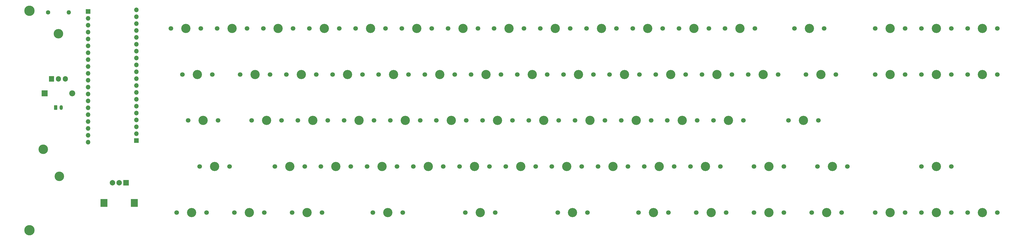
<source format=gbr>
%TF.GenerationSoftware,KiCad,Pcbnew,8.0.1*%
%TF.CreationDate,2024-07-20T19:57:27+09:00*%
%TF.ProjectId,lowd75,6c6f7764-3735-42e6-9b69-6361645f7063,rev?*%
%TF.SameCoordinates,Original*%
%TF.FileFunction,Soldermask,Top*%
%TF.FilePolarity,Negative*%
%FSLAX46Y46*%
G04 Gerber Fmt 4.6, Leading zero omitted, Abs format (unit mm)*
G04 Created by KiCad (PCBNEW 8.0.1) date 2024-07-20 19:57:27*
%MOMM*%
%LPD*%
G01*
G04 APERTURE LIST*
G04 Aperture macros list*
%AMRoundRect*
0 Rectangle with rounded corners*
0 $1 Rounding radius*
0 $2 $3 $4 $5 $6 $7 $8 $9 X,Y pos of 4 corners*
0 Add a 4 corners polygon primitive as box body*
4,1,4,$2,$3,$4,$5,$6,$7,$8,$9,$2,$3,0*
0 Add four circle primitives for the rounded corners*
1,1,$1+$1,$2,$3*
1,1,$1+$1,$4,$5*
1,1,$1+$1,$6,$7*
1,1,$1+$1,$8,$9*
0 Add four rect primitives between the rounded corners*
20,1,$1+$1,$2,$3,$4,$5,0*
20,1,$1+$1,$4,$5,$6,$7,0*
20,1,$1+$1,$6,$7,$8,$9,0*
20,1,$1+$1,$8,$9,$2,$3,0*%
G04 Aperture macros list end*
%ADD10C,1.700000*%
%ADD11C,3.400000*%
%ADD12R,2.000000X2.000000*%
%ADD13C,2.000000*%
%ADD14R,2.500000X3.000000*%
%ADD15C,1.600000*%
%ADD16O,1.600000X1.600000*%
%ADD17R,2.200000X2.200000*%
%ADD18O,2.200000X2.200000*%
%ADD19R,1.700000X1.700000*%
%ADD20O,1.700000X1.700000*%
%ADD21RoundRect,0.250000X-0.350000X-0.625000X0.350000X-0.625000X0.350000X0.625000X-0.350000X0.625000X0*%
%ADD22O,1.200000X1.750000*%
%ADD23C,3.800000*%
%ADD24C,3.500000*%
%ADD25O,3.500000X3.500000*%
%ADD26R,1.905000X2.000000*%
%ADD27O,1.905000X2.000000*%
G04 APERTURE END LIST*
D10*
%TO.C,SW42*%
X645775000Y-173525000D03*
D11*
X651275000Y-173525000D03*
D10*
X656775000Y-173525000D03*
%TD*%
%TO.C,SW44*%
X679775000Y-173525000D03*
D11*
X685275000Y-173525000D03*
D10*
X690775000Y-173525000D03*
%TD*%
%TO.C,SW16*%
X790275000Y-139525000D03*
D11*
X795775000Y-139525000D03*
D10*
X801275000Y-139525000D03*
%TD*%
D12*
%TO.C,encoder1*%
X497500000Y-196500000D03*
D13*
X492500000Y-196500000D03*
X495000000Y-196500000D03*
D14*
X500600000Y-204000000D03*
X489400000Y-204000000D03*
%TD*%
D10*
%TO.C,SW41*%
X628775000Y-173525000D03*
D11*
X634275000Y-173525000D03*
D10*
X639775000Y-173525000D03*
%TD*%
%TO.C,SW26*%
X658525000Y-156525000D03*
D11*
X664025000Y-156525000D03*
D10*
X669525000Y-156525000D03*
%TD*%
D15*
%TO.C,R1*%
X468830000Y-133615000D03*
D16*
X476450000Y-133615000D03*
%TD*%
D10*
%TO.C,SW39*%
X594775000Y-173525000D03*
D11*
X600275000Y-173525000D03*
D10*
X605775000Y-173525000D03*
%TD*%
%TO.C,SW24*%
X624525000Y-156525000D03*
D11*
X630025000Y-156525000D03*
D10*
X635525000Y-156525000D03*
%TD*%
%TO.C,SW45*%
X696775000Y-173525000D03*
D11*
X702275000Y-173525000D03*
D10*
X707775000Y-173525000D03*
%TD*%
%TO.C,SW66*%
X622400000Y-207525000D03*
D11*
X627900000Y-207525000D03*
D10*
X633400000Y-207525000D03*
%TD*%
%TO.C,SW12*%
X701025000Y-139525000D03*
D11*
X706525000Y-139525000D03*
D10*
X712025000Y-139525000D03*
%TD*%
%TO.C,SW20*%
X556525000Y-156525000D03*
D11*
X562025000Y-156525000D03*
D10*
X567525000Y-156525000D03*
%TD*%
%TO.C,SW54*%
X637275000Y-190525000D03*
D11*
X642775000Y-190525000D03*
D10*
X648275000Y-190525000D03*
%TD*%
%TO.C,SW1*%
X514025000Y-139525000D03*
D11*
X519525000Y-139525000D03*
D10*
X525025000Y-139525000D03*
%TD*%
%TO.C,SW40*%
X611775000Y-173525000D03*
D11*
X617275000Y-173525000D03*
D10*
X622775000Y-173525000D03*
%TD*%
%TO.C,SW23*%
X607525000Y-156525000D03*
D11*
X613025000Y-156525000D03*
D10*
X618525000Y-156525000D03*
%TD*%
%TO.C,SW35*%
X520400000Y-173525000D03*
D11*
X525900000Y-173525000D03*
D10*
X531400000Y-173525000D03*
%TD*%
D17*
%TO.C,D75*%
X467560000Y-163515000D03*
D18*
X477720000Y-163515000D03*
%TD*%
D10*
%TO.C,SW7*%
X616025000Y-139525000D03*
D11*
X621525000Y-139525000D03*
D10*
X627025000Y-139525000D03*
%TD*%
%TO.C,SW60*%
X752025000Y-190525000D03*
D11*
X757525000Y-190525000D03*
D10*
X763025000Y-190525000D03*
%TD*%
%TO.C,SW21*%
X573525000Y-156525000D03*
D11*
X579025000Y-156525000D03*
D10*
X584525000Y-156525000D03*
%TD*%
%TO.C,SW9*%
X650025000Y-139525000D03*
D11*
X655525000Y-139525000D03*
D10*
X661025000Y-139525000D03*
%TD*%
%TO.C,SW70*%
X728650000Y-207525000D03*
D11*
X734150000Y-207525000D03*
D10*
X739650000Y-207525000D03*
%TD*%
%TO.C,SW4*%
X565025000Y-139525000D03*
D11*
X570525000Y-139525000D03*
D10*
X576025000Y-139525000D03*
%TD*%
%TO.C,SW3*%
X548025000Y-139525000D03*
D11*
X553525000Y-139525000D03*
D10*
X559025000Y-139525000D03*
%TD*%
%TO.C,SW51*%
X586275000Y-190525000D03*
D11*
X591775000Y-190525000D03*
D10*
X597275000Y-190525000D03*
%TD*%
%TO.C,SW64*%
X558650000Y-207525000D03*
D11*
X564150000Y-207525000D03*
D10*
X569650000Y-207525000D03*
%TD*%
%TO.C,SW74*%
X807275000Y-207525000D03*
D11*
X812775000Y-207525000D03*
D10*
X818275000Y-207525000D03*
%TD*%
%TO.C,SW15*%
X773275000Y-139525000D03*
D11*
X778775000Y-139525000D03*
D10*
X784275000Y-139525000D03*
%TD*%
%TO.C,SW31*%
X747775000Y-156525000D03*
D11*
X753275000Y-156525000D03*
D10*
X758775000Y-156525000D03*
%TD*%
%TO.C,SW68*%
X686150000Y-207525000D03*
D11*
X691650000Y-207525000D03*
D10*
X697150000Y-207525000D03*
%TD*%
%TO.C,SW36*%
X543775000Y-173525000D03*
D11*
X549275000Y-173525000D03*
D10*
X554775000Y-173525000D03*
%TD*%
%TO.C,SW72*%
X773275000Y-207525000D03*
D11*
X778775000Y-207525000D03*
D10*
X784275000Y-207525000D03*
%TD*%
%TO.C,SW46*%
X713775000Y-173525000D03*
D11*
X719275000Y-173525000D03*
D10*
X724775000Y-173525000D03*
%TD*%
%TO.C,SW53*%
X620275000Y-190525000D03*
D11*
X625775000Y-190525000D03*
D10*
X631275000Y-190525000D03*
%TD*%
%TO.C,SW49*%
X552275000Y-190525000D03*
D11*
X557775000Y-190525000D03*
D10*
X563275000Y-190525000D03*
%TD*%
%TO.C,SW62*%
X516150000Y-207525000D03*
D11*
X521650000Y-207525000D03*
D10*
X527150000Y-207525000D03*
%TD*%
%TO.C,SW69*%
X707400000Y-207525000D03*
D11*
X712900000Y-207525000D03*
D10*
X718400000Y-207525000D03*
%TD*%
%TO.C,SW52*%
X603275000Y-190525000D03*
D11*
X608775000Y-190525000D03*
D10*
X614275000Y-190525000D03*
%TD*%
D19*
%TO.C,J1*%
X483545000Y-133234999D03*
D20*
X483545000Y-135774999D03*
X483545000Y-138314998D03*
X483545000Y-140854999D03*
X483545000Y-143394999D03*
X483545000Y-145934999D03*
X483545000Y-148474999D03*
X483545000Y-151015000D03*
X483545000Y-153554999D03*
X483545000Y-156094999D03*
X483545000Y-158634999D03*
X483545000Y-161174998D03*
X483545000Y-163714999D03*
X483545000Y-166254999D03*
X483545000Y-168794999D03*
X483545000Y-171334998D03*
X483545000Y-173875000D03*
X483545000Y-176414999D03*
X483545000Y-178954999D03*
X483545000Y-181494999D03*
%TD*%
D10*
%TO.C,SW6*%
X599025000Y-139525000D03*
D11*
X604525000Y-139525000D03*
D10*
X610025000Y-139525000D03*
%TD*%
%TO.C,SW50*%
X569275000Y-190525000D03*
D11*
X574775000Y-190525000D03*
D10*
X580275000Y-190525000D03*
%TD*%
D21*
%TO.C,J3*%
X471640000Y-168765000D03*
D22*
X473640000Y-168765000D03*
%TD*%
D10*
%TO.C,SW57*%
X688275000Y-190525000D03*
D11*
X693775000Y-190525000D03*
D10*
X699275000Y-190525000D03*
%TD*%
D23*
%TO.C,REF\u002A\u002A*%
X462000000Y-214000000D03*
%TD*%
D10*
%TO.C,SW59*%
X728650000Y-190525000D03*
D11*
X734150000Y-190525000D03*
D10*
X739650000Y-190525000D03*
%TD*%
%TO.C,SW43*%
X662775000Y-173525000D03*
D11*
X668275000Y-173525000D03*
D10*
X673775000Y-173525000D03*
%TD*%
%TO.C,SW56*%
X671275000Y-190525000D03*
D11*
X676775000Y-190525000D03*
D10*
X682275000Y-190525000D03*
%TD*%
%TO.C,SW10*%
X667025000Y-139525000D03*
D11*
X672525000Y-139525000D03*
D10*
X678025000Y-139525000D03*
%TD*%
%TO.C,SW55*%
X654275000Y-190525000D03*
D11*
X659775000Y-190525000D03*
D10*
X665275000Y-190525000D03*
%TD*%
%TO.C,SW58*%
X705275000Y-190525000D03*
D11*
X710775000Y-190525000D03*
D10*
X716275000Y-190525000D03*
%TD*%
%TO.C,SW17*%
X807275000Y-139525000D03*
D11*
X812775000Y-139525000D03*
D10*
X818275000Y-139525000D03*
%TD*%
%TO.C,SW37*%
X560775000Y-173525000D03*
D11*
X566275000Y-173525000D03*
D10*
X571775000Y-173525000D03*
%TD*%
%TO.C,SW61*%
X790275000Y-190525000D03*
D11*
X795775000Y-190525000D03*
D10*
X801275000Y-190525000D03*
%TD*%
%TO.C,SW34*%
X807275000Y-156525000D03*
D11*
X812775000Y-156525000D03*
D10*
X818275000Y-156525000D03*
%TD*%
D23*
%TO.C,REF\u002A\u002A*%
X462000000Y-133000000D03*
%TD*%
D10*
%TO.C,SW8*%
X633025000Y-139525000D03*
D11*
X638525000Y-139525000D03*
D10*
X644025000Y-139525000D03*
%TD*%
%TO.C,SW71*%
X749900000Y-207525000D03*
D11*
X755400000Y-207525000D03*
D10*
X760900000Y-207525000D03*
%TD*%
%TO.C,SW28*%
X692525000Y-156525000D03*
D11*
X698025000Y-156525000D03*
D10*
X703525000Y-156525000D03*
%TD*%
%TO.C,SW33*%
X790275000Y-156525000D03*
D11*
X795775000Y-156525000D03*
D10*
X801275000Y-156525000D03*
%TD*%
%TO.C,SW48*%
X524650000Y-190525000D03*
D11*
X530150000Y-190525000D03*
D10*
X535650000Y-190525000D03*
%TD*%
%TO.C,SW14*%
X743525000Y-139525000D03*
D11*
X749025000Y-139525000D03*
D10*
X754525000Y-139525000D03*
%TD*%
%TO.C,SW73*%
X790275000Y-207525000D03*
D11*
X795775000Y-207525000D03*
D10*
X801275000Y-207525000D03*
%TD*%
%TO.C,SW2*%
X531025000Y-139525000D03*
D11*
X536525000Y-139525000D03*
D10*
X542025000Y-139525000D03*
%TD*%
D19*
%TO.C,J2*%
X501300000Y-180964999D03*
D20*
X501300000Y-178424999D03*
X501300000Y-175885000D03*
X501300000Y-173344999D03*
X501300000Y-170804999D03*
X501300000Y-168264999D03*
X501300000Y-165724999D03*
X501300000Y-163184998D03*
X501300000Y-160644999D03*
X501300000Y-158104999D03*
X501300000Y-155564999D03*
X501300000Y-153025000D03*
X501300000Y-150484999D03*
X501300000Y-147944999D03*
X501300000Y-145404999D03*
X501300000Y-142865000D03*
X501300000Y-140324998D03*
X501300000Y-137784999D03*
X501300000Y-135244999D03*
X501300000Y-132704999D03*
%TD*%
D10*
%TO.C,SW65*%
X588400000Y-207525000D03*
D11*
X593900000Y-207525000D03*
D10*
X599400000Y-207525000D03*
%TD*%
%TO.C,SW5*%
X582025000Y-139525000D03*
D11*
X587525000Y-139525000D03*
D10*
X593025000Y-139525000D03*
%TD*%
%TO.C,SW30*%
X726525000Y-156525000D03*
D11*
X732025000Y-156525000D03*
D10*
X737525000Y-156525000D03*
%TD*%
%TO.C,SW13*%
X718025000Y-139525000D03*
D11*
X723525000Y-139525000D03*
D10*
X729025000Y-139525000D03*
%TD*%
%TO.C,SW38*%
X577775000Y-173525000D03*
D11*
X583275000Y-173525000D03*
D10*
X588775000Y-173525000D03*
%TD*%
%TO.C,SW67*%
X656400000Y-207525000D03*
D11*
X661900000Y-207525000D03*
D10*
X667400000Y-207525000D03*
%TD*%
%TO.C,SW11*%
X684025000Y-139525000D03*
D11*
X689525000Y-139525000D03*
D10*
X695025000Y-139525000D03*
%TD*%
%TO.C,SW29*%
X709525000Y-156525000D03*
D11*
X715025000Y-156525000D03*
D10*
X720525000Y-156525000D03*
%TD*%
%TO.C,SW25*%
X641525000Y-156525000D03*
D11*
X647025000Y-156525000D03*
D10*
X652525000Y-156525000D03*
%TD*%
D24*
%TO.C,REF\u002A\u002A*%
X473000000Y-194125000D03*
X467000000Y-184125000D03*
%TD*%
D10*
%TO.C,SW18*%
X518275000Y-156525000D03*
D11*
X523775000Y-156525000D03*
D10*
X529275000Y-156525000D03*
%TD*%
%TO.C,SW63*%
X537400000Y-207525000D03*
D11*
X542900000Y-207525000D03*
D10*
X548400000Y-207525000D03*
%TD*%
%TO.C,SW27*%
X675525000Y-156525000D03*
D11*
X681025000Y-156525000D03*
D10*
X686525000Y-156525000D03*
%TD*%
D25*
%TO.C,Q1*%
X472640000Y-141465000D03*
D26*
X470100000Y-158125000D03*
D27*
X472640000Y-158125000D03*
X475179999Y-158125000D03*
%TD*%
D10*
%TO.C,SW32*%
X773275000Y-156525000D03*
D11*
X778775000Y-156525000D03*
D10*
X784275000Y-156525000D03*
%TD*%
%TO.C,SW47*%
X741400000Y-173525000D03*
D11*
X746900000Y-173525000D03*
D10*
X752400000Y-173525000D03*
%TD*%
%TO.C,SW19*%
X539525000Y-156525000D03*
D11*
X545025000Y-156525000D03*
D10*
X550525000Y-156525000D03*
%TD*%
%TO.C,SW22*%
X590525000Y-156525000D03*
D11*
X596025000Y-156525000D03*
D10*
X601525000Y-156525000D03*
%TD*%
M02*

</source>
